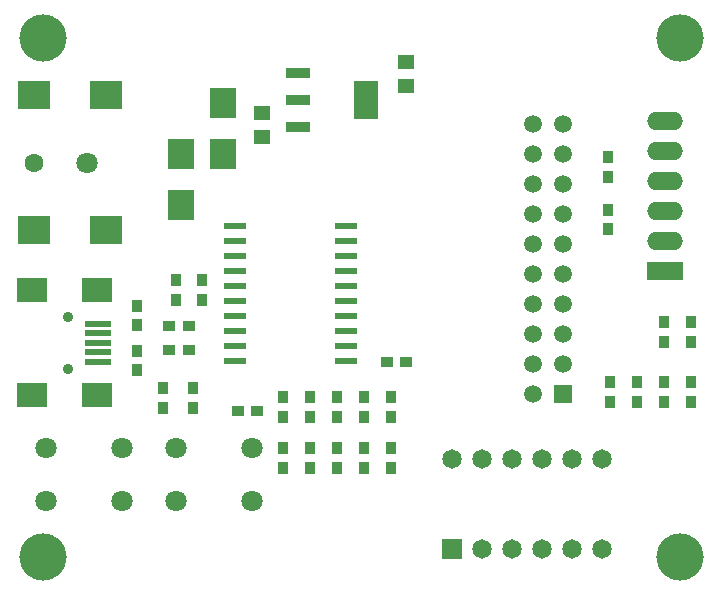
<source format=gts>
G04 (created by PCBNEW (2013-07-07 BZR 4022)-stable) date 3/3/2015 11:44:30 PM*
%MOIN*%
G04 Gerber Fmt 3.4, Leading zero omitted, Abs format*
%FSLAX34Y34*%
G01*
G70*
G90*
G04 APERTURE LIST*
%ADD10C,0.00590551*%
%ADD11R,0.0570866X0.0452756*%
%ADD12C,0.0708661*%
%ADD13R,0.12X0.06*%
%ADD14O,0.12X0.06*%
%ADD15R,0.110236X0.0944882*%
%ADD16C,0.0629921*%
%ADD17R,0.0846457X0.0374016*%
%ADD18R,0.0846457X0.127953*%
%ADD19R,0.0906X0.0197*%
%ADD20R,0.0984X0.0787*%
%ADD21C,0.0354*%
%ADD22R,0.0905512X0.0984252*%
%ADD23R,0.0374016X0.0393701*%
%ADD24R,0.0393701X0.0374016*%
%ADD25R,0.065X0.065*%
%ADD26C,0.065*%
%ADD27R,0.0767717X0.023622*%
%ADD28R,0.0593X0.0593*%
%ADD29C,0.0590551*%
%ADD30C,0.0593*%
%ADD31C,0.15748*%
G04 APERTURE END LIST*
G54D10*
G54D11*
X38800Y-40503D03*
X38800Y-39696D03*
G54D12*
X35929Y-50858D03*
X38488Y-50858D03*
X35929Y-52629D03*
X38488Y-52629D03*
G54D13*
X52250Y-44950D03*
G54D14*
X52250Y-43950D03*
X52250Y-42950D03*
X52250Y-41950D03*
X52250Y-40950D03*
X52250Y-39950D03*
G54D15*
X31200Y-39105D03*
X33601Y-39105D03*
X31200Y-43594D03*
X33601Y-43594D03*
G54D16*
X31200Y-41350D03*
G54D12*
X32971Y-41350D03*
G54D17*
X40000Y-38344D03*
X40000Y-39250D03*
X40000Y-40155D03*
G54D18*
X42283Y-39250D03*
G54D19*
X33358Y-46720D03*
X33358Y-47035D03*
X33358Y-47350D03*
X33358Y-47665D03*
X33358Y-47980D03*
G54D20*
X33319Y-45598D03*
X31154Y-45598D03*
X33319Y-49102D03*
X31154Y-49102D03*
G54D21*
X32335Y-46484D03*
X32335Y-48216D03*
G54D12*
X34157Y-52629D03*
X31598Y-52629D03*
X34157Y-50858D03*
X31598Y-50858D03*
G54D22*
X36100Y-41053D03*
X36100Y-42746D03*
X37500Y-41046D03*
X37500Y-39353D03*
G54D23*
X43100Y-49824D03*
X43100Y-49175D03*
X39500Y-49824D03*
X39500Y-49175D03*
X52200Y-46675D03*
X52200Y-47324D03*
X50400Y-48675D03*
X50400Y-49324D03*
X53100Y-48675D03*
X53100Y-49324D03*
X40400Y-49824D03*
X40400Y-49175D03*
X51300Y-48675D03*
X51300Y-49324D03*
X52200Y-48675D03*
X52200Y-49324D03*
X53100Y-47324D03*
X53100Y-46675D03*
G54D24*
X36374Y-47600D03*
X35725Y-47600D03*
X36374Y-46800D03*
X35725Y-46800D03*
G54D23*
X35500Y-49524D03*
X35500Y-48875D03*
X41300Y-49824D03*
X41300Y-49175D03*
X36800Y-45275D03*
X36800Y-45924D03*
X36500Y-49524D03*
X36500Y-48875D03*
X50350Y-42925D03*
X50350Y-43574D03*
X50350Y-41175D03*
X50350Y-41824D03*
X42200Y-49824D03*
X42200Y-49175D03*
X39500Y-50875D03*
X39500Y-51524D03*
X43100Y-50875D03*
X43100Y-51524D03*
X40400Y-50875D03*
X40400Y-51524D03*
X41300Y-50875D03*
X41300Y-51524D03*
X42200Y-50875D03*
X42200Y-51524D03*
G54D11*
X43600Y-38803D03*
X43600Y-37996D03*
G54D24*
X38649Y-49625D03*
X38000Y-49625D03*
G54D23*
X35950Y-45924D03*
X35950Y-45275D03*
X34650Y-46774D03*
X34650Y-46125D03*
X34650Y-47625D03*
X34650Y-48274D03*
G54D24*
X42975Y-48000D03*
X43624Y-48000D03*
G54D25*
X45141Y-54228D03*
G54D26*
X46141Y-54228D03*
X47141Y-54228D03*
X48141Y-54228D03*
X49141Y-54228D03*
X50141Y-54228D03*
X50141Y-51228D03*
X49141Y-51228D03*
X48141Y-51228D03*
X47141Y-51228D03*
X46141Y-51228D03*
X45141Y-51228D03*
G54D27*
X37899Y-47950D03*
X37899Y-46950D03*
X37899Y-46450D03*
X37899Y-47450D03*
X37899Y-45950D03*
X37899Y-43450D03*
X37899Y-44950D03*
X37899Y-43950D03*
X37899Y-44450D03*
X37899Y-45450D03*
X41600Y-45450D03*
X41600Y-44450D03*
X41600Y-43950D03*
X41600Y-44950D03*
X41600Y-43450D03*
X41600Y-45950D03*
X41600Y-47450D03*
X41600Y-46450D03*
X41600Y-46950D03*
X41600Y-47950D03*
G54D28*
X48850Y-49050D03*
G54D29*
X47850Y-49050D03*
G54D30*
X48850Y-48050D03*
X47850Y-48050D03*
X48850Y-47050D03*
X47850Y-47050D03*
X48850Y-46050D03*
X47850Y-46050D03*
X48850Y-45050D03*
X47850Y-45050D03*
X48850Y-44050D03*
X47850Y-44050D03*
X48850Y-43050D03*
X47850Y-43050D03*
X48850Y-42050D03*
X47850Y-42050D03*
X48850Y-41050D03*
X47850Y-41050D03*
X48850Y-40050D03*
X47850Y-40050D03*
G54D31*
X31500Y-37177D03*
X52759Y-37177D03*
X31500Y-54500D03*
X52759Y-54500D03*
M02*

</source>
